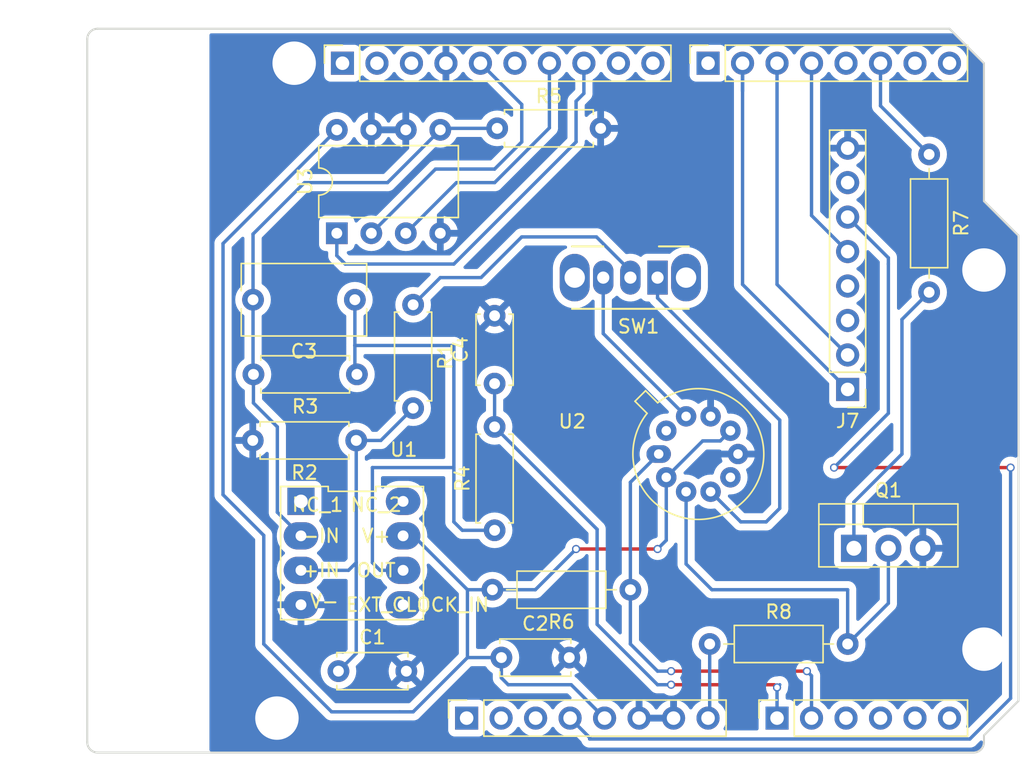
<source format=kicad_pcb>
(kicad_pcb (version 20221018) (generator pcbnew)
  (title_block (date "mar. 31 mars 2015"))
  (layers (0 "F.Cu" signal) (31 "B.Cu" signal) (34 "B.Paste" user) (35 "F.Paste" user) (36 "B.SilkS" user "B.Silkscreen") (37 "F.SilkS" user "F.Silkscreen") (38 "B.Mask" user) (39 "F.Mask" user) (44 "Edge.Cuts" user))
  (net 0 "")
  (net 1 "GND")
  (net 3 "+5V")
  (net 4 "/IOREF")
  (net 5 "IN+")
  (net 6 "Net-(U1-OUT)")
  (net 7 "/A2")
  (net 8 "/A3")
  (net 9 "/SDA{slash}A4")
  (net 10 "/SCL{slash}A5")
  (net 11 "R_potentiometer ")
  (net 12 "/12")
  (net 13 "/AREF")
  (net 14 "/8")
  (net 15 "/7")
  (net 16 "ADC1")
  (net 17 "SCK")
  (net 18 "/*9")
  (net 19 "MOSI")
  (net 20 "CS")
  (net 21 "ADC2")
  (net 22 "RX")
  (net 23 "/TX{slash}1")
  (net 24 "/*3")
  (net 25 "/RX{slash}0")
  (net 26 "+3V3")
  (net 27 "VCC")
  (net 28 "/~{RESET}")
  (net 29 "TX")
  (net 30 "RST")
  (net 31 "SW_CTL")
  (net 32 "Net-(Q1-G)")
  (net 33 "SW_12V")
  (net 34 "SW_1")
  (net 35 "Isens")
  (net 36 "SW_2")
  (footprint "Connector_PinSocket_2.54mm:PinSocket_1x08_P2.54mm_Vertical" (layer "F.Cu") (at 127.94 97.46 90)
    (fp_text reference "J1" hide)
    (fp_text value "Power")
    (fp_line (start -1.33 1.27) (end -1.33 19.11) (stroke (width 0.12)) (layer "F.SilkS"))
    (fp_line (start -1.33 1.27) (end 1.33 1.27) (stroke (width 0.12)) (layer "F.SilkS"))
    (fp_line (start -1.33 19.11) (end 1.33 19.11) (stroke (width 0.12)) (layer "F.SilkS"))
    (fp_line (start 0 -1.33) (end 1.33 -1.33) (stroke (width 0.12)) (layer "F.SilkS"))
    (fp_line (start 1.33 -1.33) (end 1.33 0) (stroke (width 0.12)) (layer "F.SilkS"))
    (fp_line (start 1.33 1.27) (end 1.33 19.11) (stroke (width 0.12)) (layer "F.SilkS"))
    (pad "1" thru_hole rect locked (at 0 0 90) (size 1.7 1.7) (drill 1) (layers "*.Cu" "*.Mask"))
    (pad "2" thru_hole oval locked (at 0 2.54 90) (size 1.7 1.7) (drill 1) (layers "*.Cu" "*.Mask") (net 4 "/IOREF"))
    (pad "3" thru_hole oval locked (at 0 5.08 90) (size 1.7 1.7) (drill 1) (layers "*.Cu" "*.Mask") (net 28 "/~{RESET}"))
    (pad "4" thru_hole oval locked (at 0 7.62 90) (size 1.7 1.7) (drill 1) (layers "*.Cu" "*.Mask") (net 26 "+3V3"))
    (pad "5" thru_hole oval locked (at 0 10.16 90) (size 1.7 1.7) (drill 1) (layers "*.Cu" "*.Mask") (net 3 "+5V"))
    (pad "6" thru_hole oval locked (at 0 12.7 90) (size 1.7 1.7) (drill 1) (layers "*.Cu" "*.Mask") (net 1 "GND"))
    (pad "7" thru_hole oval locked (at 0 15.24 90) (size 1.7 1.7) (drill 1) (layers "*.Cu" "*.Mask") (net 1 "GND"))
    (pad "8" thru_hole oval locked (at 0 17.78 90) (size 1.7 1.7) (drill 1) (layers "*.Cu" "*.Mask") (net 27 "VCC"))
  )
  (footprint "Connector_PinSocket_2.54mm:PinSocket_1x06_P2.54mm_Vertical" (layer "F.Cu") (at 150.8 97.46 90)
    (fp_text reference "J3" hide)
    (fp_text value "Analog")
    (fp_line (start -1.33 1.27) (end -1.33 14.03) (stroke (width 0.12)) (layer "F.SilkS"))
    (fp_line (start -1.33 1.27) (end 1.33 1.27) (stroke (width 0.12)) (layer "F.SilkS"))
    (fp_line (start -1.33 14.03) (end 1.33 14.03) (stroke (width 0.12)) (layer "F.SilkS"))
    (fp_line (start 0 -1.33) (end 1.33 -1.33) (stroke (width 0.12)) (layer "F.SilkS"))
    (fp_line (start 1.33 -1.33) (end 1.33 0) (stroke (width 0.12)) (layer "F.SilkS"))
    (fp_line (start 1.33 1.27) (end 1.33 14.03) (stroke (width 0.12)) (layer "F.SilkS"))
    (pad "1" thru_hole rect locked (at 0 0 90) (size 1.7 1.7) (drill 1) (layers "*.Cu" "*.Mask") (net 16 "ADC1"))
    (pad "2" thru_hole oval locked (at 0 2.54 90) (size 1.7 1.7) (drill 1) (layers "*.Cu" "*.Mask") (net 21 "ADC2"))
    (pad "3" thru_hole oval locked (at 0 5.08 90) (size 1.7 1.7) (drill 1) (layers "*.Cu" "*.Mask") (net 7 "/A2"))
    (pad "4" thru_hole oval locked (at 0 7.62 90) (size 1.7 1.7) (drill 1) (layers "*.Cu" "*.Mask") (net 8 "/A3"))
    (pad "5" thru_hole oval locked (at 0 10.16 90) (size 1.7 1.7) (drill 1) (layers "*.Cu" "*.Mask") (net 9 "/SDA{slash}A4"))
    (pad "6" thru_hole oval locked (at 0 12.7 90) (size 1.7 1.7) (drill 1) (layers "*.Cu" "*.Mask") (net 10 "/SCL{slash}A5"))
  )
  (footprint "Connector_PinSocket_2.54mm:PinSocket_1x10_P2.54mm_Vertical" (layer "F.Cu") (at 118.796 49.2 90)
    (fp_text reference "J2" hide)
    (fp_text value "Digital/PWM")
    (fp_line (start -1.33 1.27) (end -1.33 24.19) (stroke (width 0.12)) (layer "F.SilkS"))
    (fp_line (start -1.33 1.27) (end 1.33 1.27) (stroke (width 0.12)) (layer "F.SilkS"))
    (fp_line (start -1.33 24.19) (end 1.33 24.19) (stroke (width 0.12)) (layer "F.SilkS"))
    (fp_line (start 0 -1.33) (end 1.33 -1.33) (stroke (width 0.12)) (layer "F.SilkS"))
    (fp_line (start 1.33 -1.33) (end 1.33 0) (stroke (width 0.12)) (layer "F.SilkS"))
    (fp_line (start 1.33 1.27) (end 1.33 24.19) (stroke (width 0.12)) (layer "F.SilkS"))
    (pad "1" thru_hole rect locked (at 0 0 90) (size 1.7 1.7) (drill 1) (layers "*.Cu" "*.Mask") (net 10 "/SCL{slash}A5"))
    (pad "2" thru_hole oval locked (at 0 2.54 90) (size 1.7 1.7) (drill 1) (layers "*.Cu" "*.Mask") (net 9 "/SDA{slash}A4"))
    (pad "3" thru_hole oval locked (at 0 5.08 90) (size 1.7 1.7) (drill 1) (layers "*.Cu" "*.Mask") (net 13 "/AREF"))
    (pad "4" thru_hole oval locked (at 0 7.62 90) (size 1.7 1.7) (drill 1) (layers "*.Cu" "*.Mask") (net 1 "GND"))
    (pad "5" thru_hole oval locked (at 0 10.16 90) (size 1.7 1.7) (drill 1) (layers "*.Cu" "*.Mask") (net 17 "SCK"))
    (pad "6" thru_hole oval locked (at 0 12.7 90) (size 1.7 1.7) (drill 1) (layers "*.Cu" "*.Mask") (net 12 "/12"))
    (pad "7" thru_hole oval locked (at 0 15.24 90) (size 1.7 1.7) (drill 1) (layers "*.Cu" "*.Mask") (net 19 "MOSI"))
    (pad "8" thru_hole oval locked (at 0 17.78 90) (size 1.7 1.7) (drill 1) (layers "*.Cu" "*.Mask") (net 20 "CS"))
    (pad "9" thru_hole oval locked (at 0 20.32 90) (size 1.7 1.7) (drill 1) (layers "*.Cu" "*.Mask") (net 18 "/*9"))
    (pad "10" thru_hole oval locked (at 0 22.86 90) (size 1.7 1.7) (drill 1) (layers "*.Cu" "*.Mask") (net 14 "/8"))
  )
  (footprint "Connector_PinSocket_2.54mm:PinSocket_1x08_P2.54mm_Vertical" (layer "F.Cu") (at 145.72 49.2 90)
    (fp_text reference "J4" hide)
    (fp_text value "Digital/PWM")
    (fp_line (start -1.33 1.27) (end -1.33 19.11) (stroke (width 0.12)) (layer "F.SilkS"))
    (fp_line (start -1.33 1.27) (end 1.33 1.27) (stroke (width 0.12)) (layer "F.SilkS"))
    (fp_line (start -1.33 19.11) (end 1.33 19.11) (stroke (width 0.12)) (layer "F.SilkS"))
    (fp_line (start 0 -1.33) (end 1.33 -1.33) (stroke (width 0.12)) (layer "F.SilkS"))
    (fp_line (start 1.33 -1.33) (end 1.33 0) (stroke (width 0.12)) (layer "F.SilkS"))
    (fp_line (start 1.33 1.27) (end 1.33 19.11) (stroke (width 0.12)) (layer "F.SilkS"))
    (pad "1" thru_hole rect locked (at 0 0 90) (size 1.7 1.7) (drill 1) (layers "*.Cu" "*.Mask") (net 15 "/7"))
    (pad "2" thru_hole oval locked (at 0 2.54 90) (size 1.7 1.7) (drill 1) (layers "*.Cu" "*.Mask") (net 22 "RX"))
    (pad "3" thru_hole oval locked (at 0 5.08 90) (size 1.7 1.7) (drill 1) (layers "*.Cu" "*.Mask") (net 29 "TX"))
    (pad "4" thru_hole oval locked (at 0 7.62 90) (size 1.7 1.7) (drill 1) (layers "*.Cu" "*.Mask") (net 30 "RST"))
    (pad "5" thru_hole oval locked (at 0 10.16 90) (size 1.7 1.7) (drill 1) (layers "*.Cu" "*.Mask") (net 24 "/*3"))
    (pad "6" thru_hole oval locked (at 0 12.7 90) (size 1.7 1.7) (drill 1) (layers "*.Cu" "*.Mask") (net 31 "SW_CTL"))
    (pad "7" thru_hole oval locked (at 0 15.24 90) (size 1.7 1.7) (drill 1) (layers "*.Cu" "*.Mask") (net 23 "/TX{slash}1"))
    (pad "8" thru_hole oval locked (at 0 17.78 90) (size 1.7 1.7) (drill 1) (layers "*.Cu" "*.Mask") (net 25 "/RX{slash}0"))
  )
  (footprint "Kicad_capteur:LTC1050" (layer "F.Cu") (at 119.5 85.3 -90)
    (fp_text reference "U1" (at -7.62 -3.81) (layer "F.SilkS"))
    (fp_text value "LTC1050")
    (fp_text user "NC_1" (at -3.556 2.54) (layer "F.SilkS"))
    (fp_text user "+IN" (at 1.27 2.286) (layer "F.SilkS"))
    (fp_text user "-IN" (at -1.27 2.286) (layer "F.SilkS"))
    (fp_text user "NC_2" (at -3.556 -1.778) (layer "F.SilkS"))
    (fp_text user "V-" (at 3.556 2.032) (layer "F.SilkS"))
    (fp_text user "OUT" (at 1.27 -1.778) (layer "F.SilkS"))
    (fp_text user "EXT_CLOCK_IN" (at 3.81 -4.826) (layer "F.SilkS"))
    (fp_text user "V+" (at -1.27 -1.778) (layer "F.SilkS"))
    (fp_line (start -4.91 -5.26) (end -4.91 -1.753333) (stroke (width 0.12)) (layer "F.SilkS"))
    (fp_line (start -4.91 -1.753333) (end -4.55 -1.753333) (stroke (width 0.12)) (layer "F.SilkS"))
    (fp_line (start -4.91 1.753333) (end -4.91 5.26) (stroke (width 0.12)) (layer "F.SilkS"))
    (fp_line (start -4.91 5.26) (end 4.91 5.26) (stroke (width 0.12)) (layer "F.SilkS"))
    (fp_line (start -4.55 -1.753333) (end -4.55 1.753333) (stroke (width 0.12)) (layer "F.SilkS"))
    (fp_line (start -4.55 1.753333) (end -4.91 1.753333) (stroke (width 0.12)) (layer "F.SilkS"))
    (fp_line (start 4.91 -5.26) (end -4.91 -5.26) (stroke (width 0.12)) (layer "F.SilkS"))
    (fp_line (start 4.91 5.26) (end 4.91 -5.26) (stroke (width 0.12)) (layer "F.SilkS"))
    (pad "1" thru_hole rect (at -3.81 3.76 270) (size 2 2) (drill 1) (layers "*.Cu" "*.Mask"))
    (pad "2" thru_hole oval (at -1.27 3.76 270) (size 2 2.54) (drill 0.8) (layers "*.Cu" "*.Mask") (net 11 "R_potentiometer "))
    (pad "3" thru_hole oval (at 1.27 3.76 270) (size 2 2.54) (drill 0.8) (layers "*.Cu" "*.Mask") (net 5 "IN+"))
    (pad "4" thru_hole oval (at 3.81 3.76 270) (size 2 2.54) (drill 0.8) (layers "*.Cu" "*.Mask") (net 1 "GND"))
    (pad "5" thru_hole oval (at 3.81 -3.76 270) (size 2 2.54) (drill 0.8) (layers "*.Cu" "*.Mask"))
    (pad "6" thru_hole oval (at 1.27 -3.76 270) (size 2 2.54) (drill 0.8) (layers "*.Cu" "*.Mask") (net 6 "Net-(U1-OUT)"))
    (pad "7" thru_hole oval (at -1.27 -3.76 270) (size 2 2.54) (drill 0.8) (layers "*.Cu" "*.Mask") (net 3 "+5V"))
    (pad "8" thru_hole oval (at -3.81 -3.76 270) (size 2 2.54) (drill 0.8) (layers "*.Cu" "*.Mask"))
  )
  (footprint "Kicad_capteur:FP_Capteur" (layer "F.Cu") (at 143.333125 78.868384)
    (fp_text reference "U2" (at -7.62 -3.27 unlocked) (layer "F.SilkS"))
    (fp_text value "Gas_sensor")
    (fp_line (start -2.993981 -4.756423) (end -2.103027 -3.865468) (stroke (width 0.12)) (layer "F.SilkS"))
    (fp_line (start -2.216164 -5.53424) (end -2.993981 -4.756423) (stroke (width 0.12)) (layer "F.SilkS"))
    (fp_line (start -1.325209 -4.643286) (end -2.216164 -5.53424) (stroke (width 0.12)) (layer "F.SilkS"))
    (fp_arc (start -1.325209 -4.643286) (mid 5.08 2.54) (end -2.102799 -3.865755) (stroke (width 0.12)) (layer "F.SilkS"))
    (pad "1" thru_hole oval (at -1.248125 -0.868384) (size 1.8 1.3) (drill 0.7) (layers "*.Cu" "*.Mask") (net 21 "ADC2"))
    (pad "2" thru_hole oval (at -0.690455 0.847949) (size 1.5 1.5) (drill 0.7) (layers "*.Cu" "*.Mask") (net 3 "+5V"))
    (pad "3" thru_hole oval (at 0.769545 1.908701) (size 1.5 1.5) (drill 0.7) (layers "*.Cu" "*.Mask") (net 33 "SW_12V"))
    (pad "4" thru_hole oval (at 2.574205 1.908701) (size 1.5 1.5) (drill 0.7) (layers "*.Cu" "*.Mask") (net 34 "SW_1"))
    (pad "5" thru_hole oval (at 4.034205 0.847949) (size 1.5 1.5) (drill 0.7) (layers "*.Cu" "*.Mask"))
    (pad "6" thru_hole oval (at 4.591875 -0.868384) (size 1.5 1.5) (drill 0.7) (layers "*.Cu" "*.Mask") (net 1 "GND"))
    (pad "7" thru_hole oval (at 4.034205 -2.584717) (size 1.5 1.5) (drill 0.7) (layers "*.Cu" "*.Mask") (net 3 "+5V"))
    (pad "8" thru_hole oval (at 2.574205 -3.645469) (size 1.5 1.5) (drill 0.7) (layers "*.Cu" "*.Mask") (net 1 "GND"))
    (pad "9" thru_hole oval (at 0.769545 -3.645469) (size 1.5 1.5) (drill 0.7) (layers "*.Cu" "*.Mask") (net 36 "SW_2"))
    (pad "10" thru_hole oval (at -0.690455 -2.584717) (size 1.5 1.5) (drill 0.7) (layers "*.Cu" "*.Mask"))
  )
  (footprint "Button_Switch_THT:SW_CuK_OS102011MA1QN1_SPDT_Angled" (layer "F.Cu") (at 142 65 180)
    (fp_text reference "SW1" (at 1.4 -3.6) (layer "F.SilkS"))
    (fp_text value "SW_SPDT")
    (fp_line (start -2.3 -2.3) (end 6.3 -2.3) (stroke (width 0.15)) (layer "F.SilkS"))
    (fp_line (start -2.3 2.3) (end -0.1 2.3) (stroke (width 0.15)) (layer "F.SilkS"))
    (fp_line (start 4 2.3) (end 6.3 2.3) (stroke (width 0.15)) (layer "F.SilkS"))
    (pad "" thru_hole oval (at -2.1 0 180) (size 2.2 3.5) (drill 1.5) (layers "*.Cu" "*.Mask"))
    (pad "" thru_hole oval (at 6.1 0 180) (size 2.2 3.5) (drill 1.5) (layers "*.Cu" "*.Mask"))
    (pad "1" thru_hole rect (at 0 0 180) (size 1.5 2.5) (drill 0.9) (layers "*.Cu" "*.Mask") (net 34 "SW_1"))
    (pad "2" thru_hole oval (at 2 0 180) (size 1.5 2.5) (drill 0.9) (layers "*.Cu" "*.Mask") (net 35 "Isens"))
    (pad "3" thru_hole oval (at 4 0 180) (size 1.5 2.5) (drill 0.9) (layers "*.Cu" "*.Mask") (net 36 "SW_2"))
  )
  (footprint "Resistor_THT:R_Axial_DIN0207_L6.3mm_D2.5mm_P7.62mm_Horizontal" (layer "F.Cu") (at 119.86 72.13 180)
    (fp_text reference "R3" (at 3.81 -2.37) (layer "F.SilkS"))
    (fp_text value "100k")
    (fp_line (start 0.54 -1.37) (end 7.08 -1.37) (stroke (width 0.12)) (layer "F.SilkS"))
    (fp_line (start 0.54 -1.04) (end 0.54 -1.37) (stroke (width 0.12)) (layer "F.SilkS"))
    (fp_line (start 0.54 1.04) (end 0.54 1.37) (stroke (width 0.12)) (layer "F.SilkS"))
    (fp_line (start 0.54 1.37) (end 7.08 1.37) (stroke (width 0.12)) (layer "F.SilkS"))
    (fp_line (start 7.08 -1.37) (end 7.08 -1.04) (stroke (width 0.12)) (layer "F.SilkS"))
    (fp_line (start 7.08 1.37) (end 7.08 1.04) (stroke (width 0.12)) (layer "F.SilkS"))
    (pad "1" thru_hole circle (at 0 0 180) (size 1.6 1.6) (drill 0.8) (layers "*.Cu" "*.Mask") (net 6 "Net-(U1-OUT)"))
    (pad "2" thru_hole oval (at 7.62 0 180) (size 1.6 1.6) (drill 0.8) (layers "*.Cu" "*.Mask") (net 11 "R_potentiometer "))
  )
  (footprint "Resistor_THT:R_Axial_DIN0207_L6.3mm_D2.5mm_P10.16mm_Horizontal" (layer "F.Cu") (at 145.84 92)
    (fp_text reference "R8" (at 5.08 -2.37) (layer "F.SilkS"))
    (fp_text value "10k")
    (fp_line (start 1.04 0) (end 1.81 0) (stroke (width 0.12)) (layer "F.SilkS"))
    (fp_line (start 1.81 -1.37) (end 1.81 1.37) (stroke (width 0.12)) (layer "F.SilkS"))
    (fp_line (start 1.81 1.37) (end 8.35 1.37) (stroke (width 0.12)) (layer "F.SilkS"))
    (fp_line (start 8.35 -1.37) (end 1.81 -1.37) (stroke (width 0.12)) (layer "F.SilkS"))
    (fp_line (start 8.35 1.37) (end 8.35 -1.37) (stroke (width 0.12)) (layer "F.SilkS"))
    (fp_line (start 9.12 0) (end 8.35 0) (stroke (width 0.12)) (layer "F.SilkS"))
    (pad "1" thru_hole circle (at 0 0) (size 1.6 1.6) (drill 0.8) (layers "*.Cu" "*.Mask") (net 27 "VCC"))
    (pad "2" thru_hole oval (at 10.16 0) (size 1.6 1.6) (drill 0.8) (layers "*.Cu" "*.Mask") (net 33 "SW_12V"))
  )
  (footprint "Resistor_THT:R_Axial_DIN0207_L6.3mm_D2.5mm_P7.62mm_Horizontal" (layer "F.Cu") (at 130.19 54)
    (fp_text reference "R5" (at 3.81 -2.37) (layer "F.SilkS"))
    (fp_text value "1k")
    (fp_line (start 0.54 -1.37) (end 7.08 -1.37) (stroke (width 0.12)) (layer "F.SilkS"))
    (fp_line (start 0.54 -1.04) (end 0.54 -1.37) (stroke (width 0.12)) (layer "F.SilkS"))
    (fp_line (start 0.54 1.04) (end 0.54 1.37) (stroke (width 0.12)) (layer "F.SilkS"))
    (fp_line (start 0.54 1.37) (end 7.08 1.37) (stroke (width 0.12)) (layer "F.SilkS"))
    (fp_line (start 7.08 -1.37) (end 7.08 -1.04) (stroke (width 0.12)) (layer "F.SilkS"))
    (fp_line (start 7.08 1.37) (end 7.08 1.04) (stroke (width 0.12)) (layer "F.SilkS"))
    (pad "1" thru_hole circle (at 0 0) (size 1.6 1.6) (drill 0.8) (layers "*.Cu" "*.Mask") (net 11 "R_potentiometer "))
    (pad "2" thru_hole oval (at 7.62 0) (size 1.6 1.6) (drill 0.8) (layers "*.Cu" "*.Mask") (net 1 "GND"))
  )
  (footprint "Capacitor_THT:C_Disc_D5.0mm_W2.5mm_P5.00mm" (layer "F.Cu") (at 130 72.81 90)
    (fp_text reference "C4" (at 2.5 -2.5 90) (layer "F.SilkS"))
    (fp_text value "100n")
    (fp_line (start -0.12 -1.37) (end -0.12 -1.055) (stroke (width 0.12)) (layer "F.SilkS"))
    (fp_line (start -0.12 -1.37) (end 5.12 -1.37) (stroke (width 0.12)) (layer "F.SilkS"))
    (fp_line (start -0.12 1.055) (end -0.12 1.37) (stroke (width 0.12)) (layer "F.SilkS"))
    (fp_line (start -0.12 1.37) (end 5.12 1.37) (stroke (width 0.12)) (layer "F.SilkS"))
    (fp_line (start 5.12 -1.37) (end 5.12 -1.055) (stroke (width 0.12)) (layer "F.SilkS"))
    (fp_line (start 5.12 1.055) (end 5.12 1.37) (stroke (width 0.12)) (layer "F.SilkS"))
    (pad "1" thru_hole circle (at 0 0 90) (size 1.6 1.6) (drill 0.8) (layers "*.Cu" "*.Mask") (net 16 "ADC1"))
    (pad "2" thru_hole circle (at 5 0 90) (size 1.6 1.6) (drill 0.8) (layers "*.Cu" "*.Mask") (net 1 "GND"))
  )
  (footprint "Resistor_THT:R_Axial_DIN0207_L6.3mm_D2.5mm_P7.62mm_Horizontal" (layer "F.Cu") (at 119.81 77 180)
    (fp_text reference "R2" (at 3.81 -2.37) (layer "F.SilkS"))
    (fp_text value "100k")
    (fp_line (start 0.54 -1.37) (end 7.08 -1.37) (stroke (width 0.12)) (layer "F.SilkS"))
    (fp_line (start 0.54 -1.04) (end 0.54 -1.37) (stroke (width 0.12)) (layer "F.SilkS"))
    (fp_line (start 0.54 1.04) (end 0.54 1.37) (stroke (width 0.12)) (layer "F.SilkS"))
    (fp_line (start 0.54 1.37) (end 7.08 1.37) (stroke (width 0.12)) (layer "F.SilkS"))
    (fp_line (start 7.08 -1.37) (end 7.08 -1.04) (stroke (width 0.12)) (layer "F.SilkS"))
    (fp_line (start 7.08 1.37) (end 7.08 1.04) (stroke (width 0.12)) (layer "F.SilkS"))
    (pad "1" thru_hole circle (at 0 0 180) (size 1.6 1.6) (drill 0.8) (layers "*.Cu" "*.Mask") (net 5 "IN+"))
    (pad "2" thru_hole oval (at 7.62 0 180) (size 1.6 1.6) (drill 0.8) (layers "*.Cu" "*.Mask") (net 1 "GND"))
  )
  (footprint "Capacitor_THT:C_Disc_D5.0mm_W2.5mm_P5.00mm" (layer "F.Cu") (at 118.5 94)
    (fp_text reference "C1" (at 2.5 -2.5) (layer "F.SilkS"))
    (fp_text value "100n")
    (fp_line (start -0.12 -1.37) (end -0.12 -1.055) (stroke (width 0.12)) (layer "F.SilkS"))
    (fp_line (start -0.12 -1.37) (end 5.12 -1.37) (stroke (width 0.12)) (layer "F.SilkS"))
    (fp_line (start -0.12 1.055) (end -0.12 1.37) (stroke (width 0.12)) (layer "F.SilkS"))
    (fp_line (start -0.12 1.37) (end 5.12 1.37) (stroke (width 0.12)) (layer "F.SilkS"))
    (fp_line (start 5.12 -1.37) (end 5.12 -1.055) (stroke (width 0.12)) (layer "F.SilkS"))
    (fp_line (start 5.12 1.055) (end 5.12 1.37) (stroke (width 0.12)) (layer "F.SilkS"))
    (pad "1" thru_hole circle (at 0 0) (size 1.6 1.6) (drill 0.8) (layers "*.Cu" "*.Mask") (net 5 "IN+"))
    (pad "2" thru_hole circle (at 5 0) (size 1.6 1.6) (drill 0.8) (layers "*.Cu" "*.Mask") (net 1 "GND"))
  )
  (footprint "Arduino_MountingHole:MountingHole_3.2mm" (layer "F.Cu") (at 115.24 49.2)
    (fp_text reference "MH1" hide)
    (fp_text value "MountingHole_3.2mm" hide)
    (pad "" np_thru_hole circle locked (at 0 0) (size 3.2 3.2) (drill 3.2) (layers "*.Cu" "*.Mask"))
  )
  (footprint "Resistor_THT:R_Axial_DIN0207_L6.3mm_D2.5mm_P10.16mm_Horizontal" (layer "F.Cu") (at 162 55.92 -90)
    (fp_text reference "R7" (at 5.08 -2.37 -270) (layer "F.SilkS"))
    (fp_text value "1k")
    (fp_line (start 1.04 0) (end 1.81 0) (stroke (width 0.12)) (layer "F.SilkS"))
    (fp_line (start 1.81 -1.37) (end 1.81 1.37) (stroke (width 0.12)) (layer "F.SilkS"))
    (fp_line (start 1.81 1.37) (end 8.35 1.37) (stroke (width 0.12)) (layer "F.SilkS"))
    (fp_line (start 8.35 -1.37) (end 1.81 -1.37) (stroke (width 0.12)) (layer "F.SilkS"))
    (fp_line (start 8.35 1.37) (end 8.35 -1.37) (stroke (width 0.12)) (layer "F.SilkS"))
    (fp_line (start 9.12 0) (end 8.35 0) (stroke (width 0.12)) (layer "F.SilkS"))
    (pad "1" thru_hole circle (at 0 0 270) (size 1.6 1.6) (drill 0.8) (layers "*.Cu" "*.Mask") (net 31 "SW_CTL"))
    (pad "2" thru_hole oval (at 10.16 0 270) (size 1.6 1.6) (drill 0.8) (layers "*.Cu" "*.Mask") (net 32 "Net-(Q1-G)"))
  )
  (footprint "Package_TO_SOT_THT:TO-220-3_Vertical" (layer "F.Cu") (at 156.46 84.945)
    (fp_text reference "Q1" (at 2.54 -4.27) (layer "F.SilkS"))
    (fp_text value "IRF520")
    (fp_line (start -2.58 -3.27) (end -2.58 1.371) (stroke (width 0.12)) (layer "F.SilkS"))
    (fp_line (start -2.58 -3.27) (end 7.66 -3.27) (stroke (width 0.12)) (layer "F.SilkS"))
    (fp_line (start -2.58 -1.76) (end 7.66 -1.76) (stroke (width 0.12)) (layer "F.SilkS"))
    (fp_line (start -2.58 1.371) (end 7.66 1.371) (stroke (width 0.12)) (layer "F.SilkS"))
    (fp_line (start 0.69 -3.27) (end 0.69 -1.76) (stroke (width 0.12)) (layer "F.SilkS"))
    (fp_line (start 4.391 -3.27) (end 4.391 -1.76) (stroke (width 0.12)) (layer "F.SilkS"))
    (fp_line (start 7.66 -3.27) (end 7.66 1.371) (stroke (width 0.12)) (layer "F.SilkS"))
    (pad "1" thru_hole rect (at 0 0) (size 1.905 2) (drill 1.1) (layers "*.Cu" "*.Mask") (net 32 "Net-(Q1-G)"))
    (pad "2" thru_hole oval (at 2.54 0) (size 1.905 2) (drill 1.1) (layers "*.Cu" "*.Mask") (net 33 "SW_12V"))
    (pad "3" thru_hole oval (at 5.08 0) (size 1.905 2) (drill 1.1) (layers "*.Cu" "*.Mask") (net 1 "GND"))
  )
  (footprint "Package_DIP:DIP-8_W7.62mm" (layer "F.Cu") (at 118.38 61.73 90)
    (fp_text reference "U3" (at 3.81 -2.33 90) (layer "F.SilkS"))
    (fp_text value "MCP41100")
    (fp_line (start 1.16 -1.33) (end 1.16 8.95) (stroke (width 0.12)) (layer "F.SilkS"))
    (fp_line (start 1.16 8.95) (end 6.46 8.95) (stroke (width 0.12)) (layer "F.SilkS"))
    (fp_line (start 2.81 -1.33) (end 1.16 -1.33) (stroke (width 0.12)) (layer "F.SilkS"))
    (fp_line (start 6.46 -1.33) (end 4.81 -1.33) (stroke (width 0.12)) (layer "F.SilkS"))
    (fp_line (start 6.46 8.95) (end 6.46 -1.33) (stroke (width 0.12)) (layer "F.SilkS"))
    (fp_arc (start 4.81 -1.33) (mid 3.81 -0.33) (end 2.81 -1.33) (stroke (width 0.12)) (layer "F.SilkS"))
    (pad "1" thru_hole rect (at 0 0 90) (size 1.6 1.6) (drill 0.8) (layers "*.Cu" "*.Mask") (net 20 "CS"))
    (pad "2" thru_hole oval (at 0 2.54 90) (size 1.6 1.6) (drill 0.8) (layers "*.Cu" "*.Mask") (net 17 "SCK"))
    (pad "3" thru_hole oval (at 0 5.08 90) (size 1.6 1.6) (drill 0.8) (layers "*.Cu" "*.Mask") (net 19 "MOSI"))
    (pad "4" thru_hole oval (at 0 7.62 90) (size 1.6 1.6) (drill 0.8) (layers "*.Cu" "*.Mask") (net 1 "GND"))
    (pad "5" thru_hole oval (at 7.62 7.62 90) (size 1.6 1.6) (drill 0.8) (layers "*.Cu" "*.Mask") (net 11 "R_potentiometer "))
    (pad "6" thru_hole oval (at 7.62 5.08 90) (size 1.6 1.6) (drill 0.8) (layers "*.Cu" "*.Mask") (net 1 "GND"))
    (pad "7" thru_hole oval (at 7.62 2.54 90) (size 1.6 1.6) (drill 0.8) (layers "*.Cu" "*.Mask") (net 1 "GND"))
    (pad "8" thru_hole oval (at 7.62 0 90) (size 1.6 1.6) (drill 0.8) (layers "*.Cu" "*.Mask") (net 3 "+5V"))
  )
  (footprint "Resistor_THT:R_Axial_DIN0207_L6.3mm_D2.5mm_P7.62mm_Horizontal" (layer "F.Cu") (at 130 83.62 90)
    (fp_text reference "R4" (at 3.81 -2.37 90) (layer "F.SilkS"))
    (fp_text value "1k")
    (fp_line (start 0.54 -1.37) (end 7.08 -1.37) (stroke (width 0.12)) (layer "F.SilkS"))
    (fp_line (start 0.54 -1.04) (end 0.54 -1.37) (stroke (width 0.12)) (layer "F.SilkS"))
    (fp_line (start 0.54 1.04) (end 0.54 1.37) (stroke (width 0.12)) (layer "F.SilkS"))
    (fp_line (start 0.54 1.37) (end 7.08 1.37) (stroke (width 0.12)) (layer "F.SilkS"))
    (fp_line (start 7.08 -1.37) (end 7.08 -1.04) (stroke (width 0.12)) (layer "F.SilkS"))
    (fp_line (start 7.08 1.37) (end 7.08 1.04) (stroke (width 0.12)) (layer "F.SilkS"))
    (pad "1" thru_hole circle (at 0 0 90) (size 1.6 1.6) (drill 0.8) (layers "*.Cu" "*.Mask") (net 6 "Net-(U1-OUT)"))
    (pad "2" thru_hole oval (at 7.62 0 90) (size 1.6 1.6) (drill 0.8) (layers "*.Cu" "*.Mask") (net 16 "ADC1"))
  )
  (footprint "Capacitor_THT:C_Rect_L9.0mm_W5.1mm_P7.50mm_MKT" (layer "F.Cu") (at 119.71 66.63 180)
    (fp_text reference "C3" (at 3.75 -3.8) (layer "F.SilkS"))
    (fp_text value "1u")
    (fp_line (start -0.87 -2.67) (end -0.87 -0.665) (stroke (width 0.12)) (layer "F.SilkS"))
    (fp_line (start -0.87 -2.67) (end 8.37 -2.67) (stroke (width 0.12)) (layer "F.SilkS"))
    (fp_line (start -0.87 0.665) (end -0.87 2.67) (stroke (width 0.12)) (layer "F.SilkS"))
    (fp_line (start -0.87 2.67) (end 8.37 2.67) (stroke (width 0.12)) (layer "F.SilkS"))
    (fp_line (start 8.37 -2.67) (end 8.37 -0.665) (stroke (width 0.12)) (layer "F.SilkS"))
    (fp_line (start 8.37 0.665) (end 8.37 2.67) (stroke (width 0.12)) (layer "F.SilkS"))
    (pad "1" thru_hole circle (at 0 0 180) (size 1.6 1.6) (drill 0.8) (layers "*.Cu" "*.Mask") (net 6 "Net-(U1-OUT)"))
    (pad "2" thru_hole circle (at 7.5 0 180) (size 1.6 1.6) (drill 0.8) (layers "*.Cu" "*.Mask") (net 11 "R_potentiometer "))
  )
  (footprint "Connector_PinHeader_2.54mm:PinHeader_1x08_P2.54mm_Vertical" (layer "F.Cu") (at 156 73.24 180)
    (fp_text reference "J7" (at 0 -2.33) (layer "F.SilkS"))
    (fp_text value "LORA_STACK")
    (fp_line (start -1.33 -1.33) (end 0 -1.33) (stroke (width 0.12)) (layer "F.SilkS"))
    (fp_line (start -1.33 0) (end -1.33 -1.33) (stroke (width 0.12)) (layer "F.SilkS"))
    (fp_line (start -1.33 1.27) (end -1.33 19.11) (stroke (width 0.12)) (layer "F.SilkS"))
    (fp_line (start -1.33 1.27) (end 1.33 1.27) (stroke (width 0.12)) (layer "F.SilkS"))
    (fp_line (start -1.33 19.11) (end 1.33 19.11) (stroke (width 0.12)) (layer "F.SilkS"))
    (fp_line (start 1.33 1.27) (end 1.33 19.11) (stroke (width 0.12)) (layer "F.SilkS"))
    (pad "1" thru_hole rect (at 0 0 180) (size 1.7 1.7) (drill 1) (layers "*.Cu" "*.Mask") (net 22 "RX"))
    (pad "2" thru_hole oval (at 0 2.54 180) (size 1.7 1.7) (drill 1) (layers "*.Cu" "*.Mask") (net 29 "TX"))
    (pad "3" thru_hole oval (at 0 5.08 180) (size 1.7 1.7) (drill 1) (layers "*.Cu" "*.Mask"))
    (pad "4" thru_hole oval (at 0 7.62 180) (size 1.7 1.7) (drill 1) (layers "*.Cu" "*.Mask"))
    (pad "5" thru_hole oval (at 0 10.16 180) (size 1.7 1.7) (drill 1) (layers "*.Cu" "*.Mask") (net 30 "RST"))
    (pad "6" thru_hole oval (at 0 12.7 180) (size 1.7 1.7) (drill 1) (layers "*.Cu" "*.Mask") (net 26 "+3V3"))
    (pad "7" thru_hole oval (at 0 15.24 180) (size 1.7 1.7) (drill 1) (layers "*.Cu" "*.Mask"))
    (pad "8" thru_hole oval (at 0 17.78 180) (size 1.7 1.7) (drill 1) (layers "*.Cu" "*.Mask") (net 1 "GND"))
  )
  (footprint "Capacitor_THT:C_Disc_D5.0mm_W2.5mm_P5.00mm" (layer "F.Cu") (at 130.5 93)
    (fp_text reference "C2" (at 2.5 -2.5) (layer "F.SilkS"))
    (fp_text value "100n")
    (fp_line (start -0.12 -1.37) (end -0.12 -1.055) (stroke (width 0.12)) (layer "F.SilkS"))
    (fp_line (start -0.12 -1.37) (end 5.12 -1.37) (stroke (width 0.12)) (layer "F.SilkS"))
    (fp_line (start -0.12 1.055) (end -0.12 1.37) (stroke (width 0.12)) (layer "F.SilkS"))
    (fp_line (start -0.12 1.37) (end 5.12 1.37) (stroke (width 0.12)) (layer "F.SilkS"))
    (fp_line (start 5.12 -1.37) (end 5.12 -1.055) (stroke (width 0.12)) (layer "F.SilkS"))
    (fp_line (start 5.12 1.055) (end 5.12 1.37) (stroke (width 0.12)) (layer "F.SilkS"))
    (pad "1" thru_hole circle (at 0 0) (size 1.6 1.6) (drill 0.8) (layers "*.Cu" "*.Mask") (net 3 "+5V"))
    (pad "2" thru_hole circle (at 5 0) (size 1.6 1.6) (drill 0.8) (layers "*.Cu" "*.Mask") (net 1 "GND"))
  )
  (footprint "Arduino_MountingHole:MountingHole_3.2mm" (layer "F.Cu") (at 113.97 97.46)
    (fp_text reference "MH2" hide)
    (fp_text value "MountingHole_3.2mm" hide)
    (pad "" np_thru_hole circle locked (at 0 0) (size 3.2 3.2) (drill 3.2) (layers "*.Cu" "*.Mask"))
  )
  (footprint "Resistor_THT:R_Axial_DIN0207_L6.3mm_D2.5mm_P10.16mm_Horizontal" (layer "F.Cu") (at 140 88 180)
    (fp_text reference "R6" (at 5.08 -2.37) (layer "F.SilkS"))
    (fp_text value "100")
    (fp_line (start 1.04 0) (end 1.81 0) (stroke (width 0.12)) (layer "F.SilkS"))
    (fp_line (start 1.81 -1.37) (end 1.81 1.37) (stroke (width 0.12)) (layer "F.SilkS"))
    (fp_line (start 1.81 1.37) (end 8.35 1.37) (stroke (width 0.12)) (layer "F.SilkS"))
    (fp_line (start 8.35 -1.37) (end 1.81 -1.37) (stroke (width 0.12)) (layer "F.SilkS"))
    (fp_line (start 8.35 1.37) (end 8.35 -1.37) (stroke (width 0.12)) (layer "F.SilkS"))
    (fp_line (start 9.12 0) (end 8.35 0) (stroke (width 0.12)) (layer "F.SilkS"))
    (pad "1" thru_hole circle (at 0 0 180) (size 1.6 1.6) (drill 0.8) (layers "*.Cu" "*.Mask") (net 21 "ADC2"))
    (pad "2" thru_hole oval (at 10.16 0 180) (size 1.6 1.6) (drill 0.8) (layers "*.Cu" "*.Mask") (net 3 "+5V"))
  )
  (footprint "Resistor_THT:R_Axial_DIN0207_L6.3mm_D2.5mm_P7.62mm_Horizontal" (layer "F.Cu") (at 124 67 -90)
    (fp_text reference "R1" (at 3.81 -2.37 90) (layer "F.SilkS"))
    (fp_text value "10k")
    (fp_line (start 0.54 -1.37) (end 7.08 -1.37) (stroke (width 0.12)) (layer "F.SilkS"))
    (fp_line (start 0.54 -1.04) (end 0.54 -1.37) (stroke (width 0.12)) (layer "F.SilkS"))
    (fp_line (start 0.54 1.04) (end 0.54 1.37) (stroke (width 0.12)) (layer "F.SilkS"))
    (fp_line (start 0.54 1.37) (end 7.08 1.37) (stroke (width 0.12)) (layer "F.SilkS"))
    (fp_line (start 7.08 -1.37) (end 7.08 -1.04) (stroke (width 0.12)) (layer "F.SilkS"))
    (fp_line (start 7.08 1.37) (end 7.08 1.04) (stroke (width 0.12)) (layer "F.SilkS"))
    (pad "1" thru_hole circle (at 0 0 270) (size 1.6 1.6) (drill 0.8) (layers "*.Cu" "*.Mask") (net 35 "Isens"))
    (pad "2" thru_hole oval (at 7.62 0 270) (size 1.6 1.6) (drill 0.8) (layers "*.Cu" "*.Mask") (net 5 "IN+"))
  )
  (footprint "Arduino_MountingHole:MountingHole_3.2mm" (layer "F.Cu") (at 166.04 64.44)
    (fp_text reference "MH3" hide)
    (fp_text value "MountingHole_3.2mm" hide)
    (pad "" np_thru_hole circle locked (at 0 0) (size 3.2 3.2) (drill 3.2) (layers "*.Cu" "*.Mask"))
  )
  (footprint "Arduino_MountingHole:MountingHole_3.2mm" (layer "F.Cu") (at 166.04 92.38)
    (fp_text reference "MH4" hide)
    (fp_text value "MountingHole_3.2mm" hide)
    (pad "" np_thru_hole circle locked (at 0 0) (size 3.2 3.2) (drill 3.2) (layers "*.Cu" "*.Mask"))
  )
  (gr_line (start 166.04 59.36) (end 168.58 61.9) (stroke (width 0.15)) (layer "Edge.Cuts"))
  (gr_line (start 100 99.238) (end 100 47.422) (stroke (width 0.15)) (layer "Edge.Cuts"))
  (gr_line (start 168.58 61.9) (end 168.58 96.19) (stroke (width 0.15)) (layer "Edge.Cuts"))
  (gr_line (start 165.278 100) (end 100.762 100) (stroke (width 0.15)) (layer "Edge.Cuts"))
  (gr_line (start 100.762 46.66) (end 163.5 46.66) (stroke (width 0.15)) (layer "Edge.Cuts"))
  (gr_arc (start 100.762 100) (mid 100.223185 99.776815) (end 100 99.238) (stroke (width 0.15)) (layer "Edge.Cuts"))
  (gr_line (start 168.58 96.19) (end 166.04 98.73) (stroke (width 0.15)) (layer "Edge.Cuts"))
  (gr_line (start 163.5 46.66) (end 166.04 49.2) (stroke (width 0.15)) (layer "Edge.Cuts"))
  (gr_arc (start 166.04 99.238) (mid 165.816815 99.776815) (end 165.278 100) (stroke (width 0.15)) (layer "Edge.Cuts"))
  (gr_line (start 166.04 49.2) (end 166.04 59.36) (stroke (width 0.15)) (layer "Edge.Cuts"))
  (gr_line (start 166.04 98.73) (end 166.04 99.238) (stroke (width 0.15)) (layer "Edge.Cuts"))
  (gr_arc (start 100 47.422) (mid 100.223185 46.883185) (end 100.762 46.66) (stroke (width 0.15)) (layer "Edge.Cuts"))
  (segment (start 142 85) (end 136 85) (width 0.25) (layer "F.Cu") (net 3))
  (via (at 142 85) (size 0.6) (drill 0.4) (layers "F.Cu" "B.Cu") (net 3))
  (via (at 136 85) (size 0.6) (drill 0.4) (layers "F.Cu" "B.Cu") (net 3))
  (segment (start 136 85) (end 133 88) (width 0.25) (layer "B.Cu") (net 3))
  (segment (start 142.64267 84.35733) (end 142 85) (width 0.25) (layer "B.Cu") (net 3))
  (segment (start 131 95) (end 135.64 95) (width 0.25) (layer "B.Cu") (net 3))
  (segment (start 118.38 54.11) (end 110 62.49) (width 0.25) (layer "B.Cu") (net 3))
  (segment (start 133 88) (end 129.84 88) (width 0.25) (layer "B.Cu") (net 3))
  (segment (start 128 93) (end 130.5 93) (width 0.25) (layer "B.Cu") (net 3))
  (segment (start 113 84) (end 113 92) (width 0.25) (layer "B.Cu") (net 3))
  (segment (start 130.5 93) (end 130.5 94.5) (width 0.25) (layer "B.Cu") (net 3))
  (segment (start 113 92) (end 118 97) (width 0.25) (layer "B.Cu") (net 3))
  (segment (start 128 88) (end 129.84 88) (width 0.25) (layer "B.Cu") (net 3))
  (segment (start 110 81) (end 113 84) (width 0.25) (layer "B.Cu") (net 3))
  (segment (start 135.64 95) (end 138.1 97.46) (width 0.25) (layer "B.Cu") (net 3))
  (segment (start 146.61733 77.033667) (end 145.325336 77.033667) (width 0.25) (layer "B.Cu") (net 3))
  (segment (start 147.36733 76.283667) (end 146.61733 77.033667) (width 0.25) (layer "B.Cu") (net 3))
  (segment (start 130.5 94.5) (end 131 95) (width 0.25) (layer "B.Cu") (net 3))
  (segment (start 118 97) (end 123 97) (width 0.25) (layer "B.Cu") (net 3))
  (segment (start 128 88) (end 128 93) (width 0.25) (layer "B.Cu") (net 3))
  (segment (start 124 97) (end 123 97) (width 0.25) (layer "B.Cu") (net 3))
  (segment (start 145.325336 77.033667) (end 142.64267 79.716333) (width 0.25) (layer "B.Cu") (net 3))
  (segment (start 123.26 84.03) (end 124.03 84.03) (width 0.25) (layer "B.Cu") (net 3))
  (segment (start 128 93) (end 124 97) (width 0.25) (layer "B.Cu") (net 3))
  (segment (start 142.64267 79.716333) (end 142.64267 84.35733) (width 0.25) (layer "B.Cu") (net 3))
  (segment (start 110 62.49) (end 110 81) (width 0.25) (layer "B.Cu") (net 3))
  (segment (start 124.03 84.03) (end 128 88) (width 0.25) (layer "B.Cu") (net 3))
  (segment (start 119.24 86.57) (end 115.74 86.57) (width 0.25) (layer "B.Cu") (net 5))
  (segment (start 119.81 92.69) (end 118.5 94) (width 0.25) (layer "B.Cu") (net 5))
  (segment (start 119.81 86) (end 119.24 86.57) (width 0.25) (layer "B.Cu") (net 5))
  (segment (start 119.81 77) (end 121.62 77) (width 0.25) (layer "B.Cu") (net 5))
  (segment (start 119.81 77) (end 119.81 86) (width 0.25) (layer "B.Cu") (net 5))
  (segment (start 121.62 77) (end 124 74.62) (width 0.25) (layer "B.Cu") (net 5))
  (segment (start 119.81 86) (end 119.81 92.69) (width 0.25) (layer "B.Cu") (net 5))
  (segment (start 121 79) (end 121 86) (width 0.25) (layer "B.Cu") (net 6))
  (segment (start 121 86) (end 121.57 86.57) (width 0.25) (layer "B.Cu") (net 6))
  (segment (start 121.57 86.57) (end 123.26 86.57) (width 0.25) (layer "B.Cu") (net 6))
  (segment (start 127 79) (end 121 79) (width 0.25) (layer "B.Cu") (net 6))
  (segment (start 127 70) (end 127 79) (width 0.25) (layer "B.Cu") (net 6))
  (segment (start 119.71 70) (end 119.71 71.98) (width 0.25) (layer "B.Cu") (net 6))
  (segment (start 119.71 71.98) (end 119.86 72.13) (width 0.25) (layer "B.Cu") (net 6))
  (segment (start 127 83) (end 127 79) (width 0.25) (layer "B.Cu") (net 6))
  (segment (start 119.71 70) (end 127 70) (width 0.25) (layer "B.Cu") (net 6))
  (segment (start 119.71 66.63) (end 119.71 70) (width 0.25) (layer "B.Cu") (net 6))
  (segment (start 127.62 83.62) (end 127 83) (width 0.25) (layer "B.Cu") (net 6))
  (segment (start 130 83.62) (end 127.62 83.62) (width 0.25) (layer "B.Cu") (net 6))
  (segment (start 112.21 66.63) (end 112.21 72.1) (width 0.25) (layer "B.Cu") (net 11))
  (segment (start 112.21 61.79) (end 112.21 66.63) (width 0.25) (layer "B.Cu") (net 11))
  (segment (start 112.24 74.24) (end 114 76) (width 0.25) (layer "B.Cu") (net 11))
  (segment (start 116 58) (end 112.21 61.79) (width 0.25) (layer "B.Cu") (net 11))
  (segment (start 122.11 58) (end 116 58) (width 0.25) (layer "B.Cu") (net 11))
  (segment (start 130.19 54) (end 126.11 54) (width 0.25) (layer "B.Cu") (net 11))
  (segment (start 112.21 72.1) (end 112.24 72.13) (width 0.25) (layer "B.Cu") (net 11))
  (segment (start 114 82.29) (end 115.74 84.03) (width 0.25) (layer "B.Cu") (net 11))
  (segment (start 112.24 72.13) (end 112.24 74.24) (width 0.25) (layer "B.Cu") (net 11))
  (segment (start 114 76) (end 114 82.29) (width 0.25) (layer "B.Cu") (net 11))
  (segment (start 126 54.11) (end 122.11 58) (width 0.25) (layer "B.Cu") (net 11))
  (segment (start 126.11 54) (end 126 54.11) (width 0.25) (layer "B.Cu") (net 11))
  (segment (start 143 95) (end 150.6 95) (width 0.25) (layer "F.Cu") (net 16))
  (segment (start 150.6 95) (end 150.8 95.2) (width 0.25) (layer "F.Cu") (net 16))
  (via (at 143 95) (size 0.6) (drill 0.4) (layers "F.Cu" "B.Cu") (net 16))
  (via (at 150.8 95.2) (size 0.6) (drill 0.4) (layers "F.Cu" "B.Cu") (net 16))
  (segment (start 142 95) (end 143 95) (width 0.25) (layer "B.Cu") (net 16))
  (segment (start 137.55 83.55) (end 137.55 90.55) (width 0.25) (layer "B.Cu") (net 16))
  (segment (start 130 76) (end 137.55 83.55) (width 0.25) (layer "B.Cu") (net 16))
  (segment (start 137.55 90.55) (end 142 95) (width 0.25) (layer "B.Cu") (net 16))
  (segment (start 130 76) (end 130 72.81) (width 0.25) (layer "B.Cu") (net 16))
  (segment (start 151 95) (end 150.8 95.2) (width 0.25) (layer "B.Cu") (net 16))
  (segment (start 150.8 97.46) (end 150.8 95.2) (width 0.25) (layer "B.Cu") (net 16))
  (segment (start 132 55) (end 130 57) (width 0.25) (layer "B.Cu") (net 17))
  (segment (start 125.65 57) (end 120.92 61.73) (width 0.25) (layer "B.Cu") (net 17))
  (segment (start 132 52.244) (end 132 55) (width 0.25) (layer "B.Cu") (net 17))
  (segment (start 130 57) (end 125.65 57) (width 0.25) (layer "B.Cu") (net 17))
  (segment (start 128.956 49.2) (end 132 52.244) (width 0.25) (layer "B.Cu") (net 17))
  (segment (start 127.19 58) (end 123.46 61.73) (width 0.25) (layer "B.Cu") (net 19))
  (segment (start 134.036 49.2) (end 134.036 53.964) (width 0.25) (layer "B.Cu") (net 19))
  (segment (start 130 58) (end 127.19 58) (width 0.25) (layer "B.Cu") (net 19))
  (segment (start 134.036 53.964) (end 130 58) (width 0.25) (layer "B.Cu") (net 19))
  (segment (start 136 52) (end 136 55) (width 0.25) (layer "B.Cu") (net 20))
  (segment (start 118.38 63.38) (end 118.38 61.73) (width 0.25) (layer "B.Cu") (net 20))
  (segment (start 119 64) (end 118.38 63.38) (width 0.25) (layer "B.Cu") (net 20))
  (segment (start 136 55) (end 127 64) (width 0.25) (layer "B.Cu") (net 20))
  (segment (start 127 64) (end 119 64) (width 0.25) (layer "B.Cu") (net 20))
  (segment (start 136.576 51.424) (end 136 52) (width 0.25) (layer "B.Cu") (net 20))
  (segment (start 136.576 49.2) (end 136.576 51.424) (width 0.25) (layer "B.Cu") (net 20))
  (segment (start 153 94) (end 143 94) (width 0.25) (layer "F.Cu") (net 21))
  (via (at 153 94) (size 0.6) (drill 0.4) (layers "F.Cu" "B.Cu") (net 21))
  (via (at 143 94) (size 0.6) (drill 0.4) (layers "F.Cu" "B.Cu") (net 21))
  (segment (start 153 94) (end 153.34 94.34) (width 0.25) (layer "B.Cu") (net 21))
  (segment (start 140 92) (end 142 94) (width 0.25) (layer "B.Cu") (net 21))
  (segment (start 153.34 94.34) (end 153.34 97.46) (width 0.25) (layer "B.Cu") (net 21))
  (segment (start 140 88) (end 140 80.085) (width 0.25) (layer "B.Cu") (net 21))
  (segment (start 140 88) (end 140 92) (width 0.25) (layer "B.Cu") (net 21))
  (segment (start 142 94) (end 143 94) (width 0.25) (layer "B.Cu") (net 21))
  (segment (start 140 80.085) (end 142.085 78) (width 0.25) (layer "B.Cu") (net 21))
  (segment (start 148.26 65.5) (end 156 73.24) (width 0.25) (layer "B.Cu") (net 22))
  (segment (start 148.26 49.2) (end 148.26 51.26) (width 0.25) (layer "B.Cu") (net 22))
  (segment (start 148.26 49.2) (end 148.26 65.5) (width 0.25) (layer "B.Cu") (net 22))
  (segment (start 168 79) (end 155 79) (width 0.25) (layer "F.Cu") (net 26))
  (via (at 168 79) (size 0.6) (drill 0.4) (layers "F.Cu" "B.Cu") (net 26))
  (via (at 155 79) (size 0.6) (drill 0.4) (layers "F.Cu" "B.Cu") (net 26))
  (segment (start 165 99) (end 168 96) (width 0.25) (layer "B.Cu") (net 26))
  (segment (start 156 60.54) (end 159 63.54) (width 0.25) (layer "B.Cu") (net 26))
  (segment (start 155 79) (end 159 75) (width 0.25) (layer "B.Cu") (net 26))
  (segment (start 168 96) (end 168 79) (width 0.25) (layer "B.Cu") (net 26))
  (segment (start 135.56 97.46) (end 137 98.9) (width 0.25) (layer "B.Cu") (net 26))
  (segment (start 137 99) (end 165 99) (width 0.25) (layer "B.Cu") (net 26))
  (segment (start 137 98.9) (end 137 99) (width 0.25) (layer "B.Cu") (net 26))
  (segment (start 159 75) (end 159 64) (width 0.25) (layer "B.Cu") (net 26))
  (segment (start 159 63.54) (end 159 64) (width 0.25) (layer "B.Cu") (net 26))
  (segment (start 145.84 92) (end 145.84 97.34) (width 0.25) (layer "B.Cu") (net 27))
  (segment (start 145.84 97.34) (end 145.72 97.46) (width 0.25) (layer "B.Cu") (net 27))
  (segment (start 150.8 49.2) (end 150.8 65.5) (width 0.25) (layer "B.Cu") (net 29))
  (segment (start 150.8 65.5) (end 156 70.7) (width 0.25) (layer "B.Cu") (net 29))
  (segment (start 153.34 49.2) (end 153.34 60.42) (width 0.25) (layer "B.Cu") (net 30))
  (segment (start 153.34 60.42) (end 156 63.08) (width 0.25) (layer "B.Cu") (net 30))
  (segment (start 158.42 49.2) (end 158.42 52.34) (width 0.25) (layer "B.Cu") (net 31))
  (segment (start 158.42 52.34) (end 162 55.92) (width 0.25) (layer "B.Cu") (net 31))
  (segment (start 160 68.08) (end 160 78) (width 0.25) (layer "B.Cu") (net 32))
  (segment (start 162 66.08) (end 160 68.08) (width 0.25) (layer "B.Cu") (net 32))
  (segment (start 160 78) (end 156.46 81.54) (width 0.25) (layer "B.Cu") (net 32))
  (segment (start 156.46 81.54) (end 156.46 84.945) (width 0.25) (layer "B.Cu") (net 32))
  (segment (start 156 92) (end 156 88) (width 0.25) (layer "B.Cu") (net 33))
  (segment (start 156 88) (end 146 88) (width 0.25) (layer "B.Cu") (net 33))
  (segment (start 144.10267 86.10267) (end 146 88) (width 0.25) (layer "B.Cu") (net 33))
  (segment (start 159 89) (end 159 84.945) (width 0.25) (layer "B.Cu") (net 33))
  (segment (start 156 92) (end 159 89) (width 0.25) (layer "B.Cu") (net 33))
  (segment (start 144.10267 80.777085) (end 144.10267 86.10267) (width 0.25) (layer "B.Cu") (net 33))
  (segment (start 142 65) (end 142 66.5) (width 0.25) (layer "B.Cu") (net 34))
  (segment (start 148.130245 83) (end 145.90733 80.777085) (width 0.25) (layer "B.Cu") (net 34))
  (segment (start 142 66.5) (end 151 75.5) (width 0.25) (layer "B.Cu") (net 34))
  (segment (start 151 82) (end 150 83) (width 0.25) (layer "B.Cu") (net 34))
  (segment (start 150 83) (end 148.130245 83) (width 0.25) (layer "B.Cu") (net 34))
  (segment (start 151 75.5) (end 151 82) (width 0.25) (layer "B.Cu") (net 34))
  (segment (start 129 65) (end 132 62) (width 0.25) (layer "B.Cu") (net 35))
  (segment (start 126 65) (end 129 65) (width 0.25) (layer "B.Cu") (net 35))
  (segment (start 140 64.5) (end 140 65) (width 0.25) (layer "B.Cu") (net 35))
  (segment (start 124 67) (end 126 65) (width 0.25) (layer "B.Cu") (net 35))
  (segment (start 137.5 62) (end 140 64.5) (width 0.25) (layer "B.Cu") (net 35))
  (segment (start 132 62) (end 137.5 62) (width 0.25) (layer "B.Cu") (net 35))
  (segment (start 138 65) (end 138 69.120245) (width 0.25) (layer "B.Cu") (net 36))
  (segment (start 138 69.120245) (end 144.10267 75.222915) (width 0.25) (layer "B.Cu") (net 36))
  (zone (net 1) (net_name "GND") (layer "B.Cu") (priority 1) (connect_pads (clearance 0.508)) (min_thickness 0.25) (fill yes (thermal_gap 0.5) (thermal_bridge_width 0.5))
    (polygon (pts (xy 109 47) (xy 109 100) (xy 166 100) (xy 169 96) (xy 169 62) (xy 166 59) (xy 166 48) (xy 165 47)))
  )
)
</source>
